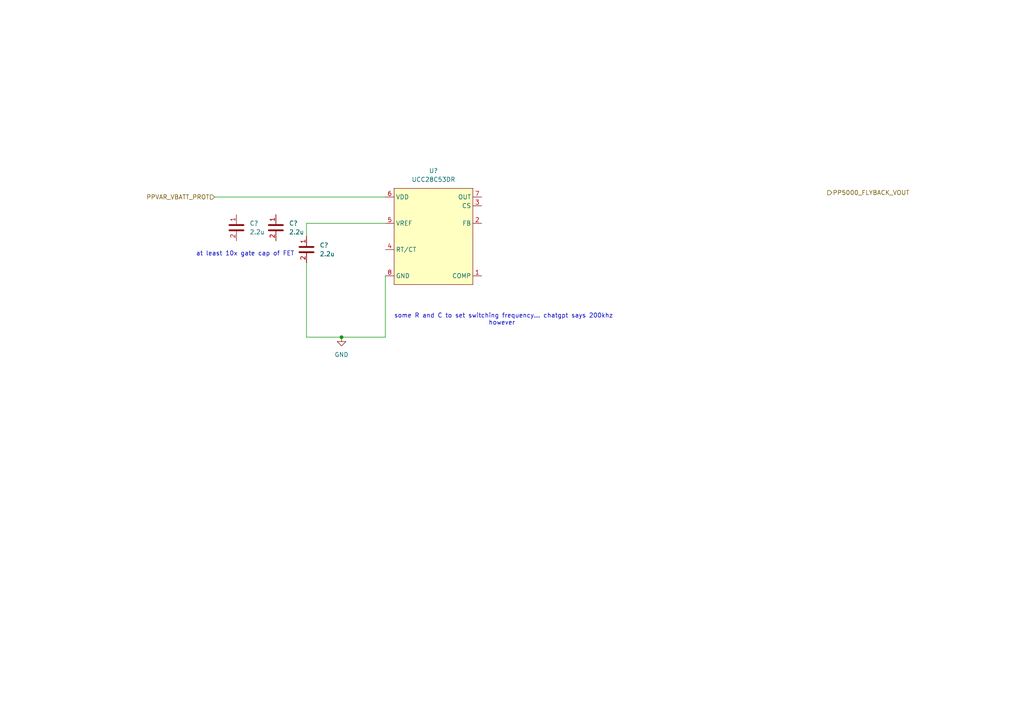
<source format=kicad_sch>
(kicad_sch (version 20250114) (generator "eeschema") (generator_version "9.0")
  (paper "A4")
  (lib_symbols
    (symbol "bfr_capacitors:CL05A225MQ5NSNC"
      (property "Reference" "C" (at 0 2.54 0))
      (property "Value" "2.2u" (at 1.27 2.54 0))
      (symbol "CL05A225MQ5NSNC_0_1"
        (polyline (pts (xy -2.032 0.762) (xy 2.032 0.762)) (stroke (width 0.508)))
        (polyline (pts (xy -2.032 -0.762) (xy 2.032 -0.762)) (stroke (width 0.508)))
      )
      (symbol "CL05A225MQ5NSNC_1_1"
        (pin passive line (at 0 3.81 270) (length 2.794) (name "~") (number "1"))
        (pin passive line (at 0 -3.81 90) (length 2.794) (name "~") (number "2"))
      )
    )
    (symbol "bfr_power_ics:UCC28C53DR"
      (property "Reference" "U" (at 0 17.78 0))
      (property "Value" "UCC28C53DR" (at 0 15.24 0))
      (symbol "UCC28C53DR_0_0"
        (pin power_in line (at -13.97 11.43 0) (length 2.54) (name "VDD") (number "6"))
        (pin passive line (at -13.97 3.81 0) (length 2.54) (name "VREF") (number "5"))
        (pin passive line (at -13.97 -3.81 0) (length 2.54) (name "RT/CT") (number "4"))
        (pin power_in line (at -13.97 -11.43 0) (length 2.54) (name "GND") (number "8"))
        (pin output line (at 13.97 11.43 180) (length 2.54) (name "OUT") (number "7"))
        (pin input line (at 13.97 8.89 180) (length 2.54) (name "CS") (number "3"))
        (pin input line (at 13.97 3.81 180) (length 2.54) (name "FB") (number "2"))
        (pin input line (at 13.97 -11.43 180) (length 2.54) (name "COMP") (number "1"))
      )
      (symbol "UCC28C53DR_1_1"
        (rectangle (start -11.43 13.97) (end 11.43 -13.97) (fill (type background)))
      )
    )
    (symbol "power:GND" (power) (pin_numbers (hide yes)) (pin_names (offset 0) (hide yes))
      (property "Value" "GND" (at 0 -3.81 0))
      (symbol "GND_0_1"
        (polyline (pts (xy 0 0) (xy 0 -1.27) (xy 1.27 -1.27) (xy 0 -2.54) (xy -1.27 -1.27) (xy 0 -1.27)))
      )
      (symbol "GND_1_1"
        (pin power_in line (at 0 0 270) (length 0) (name "~") (number "1"))
      )
    )
  )
  (text "at least 10x gate cap of FET\n" (at 71.12 73.66 0) (effects (font (size 1.27 1.27))))
  (text "some R and C to set switching frequency... chatgpt says 200khz\nhowever " (at 146.05 92.71 0) (effects (font (size 1.27 1.27))))
  (junction (at 99.06 97.79))
  (wire (pts (xy 88.9 97.79) (xy 99.06 97.79)))
  (wire (pts (xy 99.06 97.79) (xy 111.76 97.79)))
  (wire (pts (xy 111.76 97.79) (xy 111.76 80.01)))
  (wire (pts (xy 88.9 68.58) (xy 88.9 64.77)))
  (wire (pts (xy 88.9 76.2) (xy 88.9 97.79)))
  (wire (pts (xy 88.9 64.77) (xy 111.76 64.77)))
  (wire (pts (xy 62.23 57.15) (xy 111.76 57.15)))
  (hierarchical_label "PP5000_FLYBACK_VOUT" (shape output) (at 240.03 55.88 0))
  (hierarchical_label "PPVAR_VBATT_PROT" (shape input) (at 62.23 57.15 180))
  (symbol (lib_id "power:GND") (at 99.06 97.79 0) (unit 1)
    (property "Reference" "#PWR01301" (effects (hide yes)))
    (property "Value" "GND" (at 99.06 102.87 0))
    (property "Description" "Power symbol creates a global label with name \"GND\" , ground" (effects (hide yes)))
  )
  (symbol (lib_id "bfr_power_ics:UCC28C53DR") (at 125.73 68.58 0) (unit 1)
    (property "Reference" "U?" (at 125.73 49.53 0))
    (property "Value" "UCC28C53DR" (at 125.73 52.07 0))
    (property "Footprint" "Package_SO:SOIC-8_3.9x4.9mm_P1.27mm" (effects (hide yes)))
    (property "Datasheet" "https://www.ti.com/lit/ds/symlink/ucc28c50.pdf?ts=1694648577983&ref_url=https%253A%252F%252Fwww.ti.com%252Fproduct%252FUCC28C50" (effects (hide yes)))
    (property "Description" "Industrial, 30-V, low-power current-mode flyback PWM controller, 8.4-V/7.6-V UVLO, 100% duty cycle, SOIC-8" (effects (hide yes)))
    (property "Manufacturer P/N" "UCC28C53DR" (effects (hide yes)))
    (property "Manufacturer" "Texas Instruments" (effects (hide yes)))
    (property "Digikey P/N" "296-UCC28C53DRCT-ND" (effects (hide yes)))
    (property "Mouser P/N" "595-UCC28C53DR " (effects (hide yes)))
    (property "LCSC P/N" "C20346032" (effects (hide yes)))
    (property "JLC Basic Part" "No" (effects (hide yes)))
    (property "Order From" "Digikey" (effects (hide yes)))
    (property "Created By" "Tony" (effects (hide yes)))
    (property "Pretty Name" "Flyback Controller" (effects (hide yes)))
  )
  (symbol (lib_id "bfr_capacitors:CL05A225MQ5NSNC") (at 68.58 66.04 0) (unit 1)
    (property "Reference" "C?" (at 72.39 64.7699 0) (effects (justify left)))
    (property "Value" "2.2u" (at 72.39 67.3099 0) (effects (justify left)))
    (property "Footprint" "Capacitor_SMD:C_0402_1005Metric_Pad0.74x0.62mm_HandSolder" (effects (hide yes)))
    (property "Description" "2.2uF±20% X5R 6.3V JLCPCB Basic 0402 Capacitor" (effects (hide yes)))
    (property "Sim.Device" "SUBCKT" (effects (hide yes)))
    (property "Sim.Pins" "1=P1 2=P2" (effects (hide yes)))
    (property "Sim.Library" "${BFRUH_DIR}/Electronics/spice_models/bfr_capacitors/CL05A225MQ5NSNC.lib" (effects (hide yes)))
    (property "Sim.Name" "CL05A225MQ5NSNC" (effects (hide yes)))
    (property "Pretty Name" "2.2uF X5R 6.3V 0402 Capacitor" (effects (hide yes)))
    (property "Order From" "LCSC" (effects (hide yes)))
    (property "LCSC P/N" "C12530" (effects (hide yes)))
    (property "JLCPCB Basic Part" "Yes" (effects (hide yes)))
    (property "Created by" "capacitor_generator.py script using jlcbasic_additional_capacitor_spec.txt" (effects (hide yes)))
  )
  (symbol (lib_id "bfr_capacitors:CL05A225MQ5NSNC") (at 80.01 66.04 0) (unit 1)
    (property "Reference" "C?" (at 83.82 64.7699 0) (effects (justify left)))
    (property "Value" "2.2u" (at 83.82 67.3099 0) (effects (justify left)))
    (property "Footprint" "Capacitor_SMD:C_0402_1005Metric_Pad0.74x0.62mm_HandSolder" (effects (hide yes)))
    (property "Description" "2.2uF±20% X5R 6.3V JLCPCB Basic 0402 Capacitor" (effects (hide yes)))
    (property "Sim.Device" "SUBCKT" (effects (hide yes)))
    (property "Sim.Pins" "1=P1 2=P2" (effects (hide yes)))
    (property "Sim.Library" "${BFRUH_DIR}/Electronics/spice_models/bfr_capacitors/CL05A225MQ5NSNC.lib" (effects (hide yes)))
    (property "Sim.Name" "CL05A225MQ5NSNC" (effects (hide yes)))
    (property "Pretty Name" "2.2uF X5R 6.3V 0402 Capacitor" (effects (hide yes)))
    (property "Order From" "LCSC" (effects (hide yes)))
    (property "LCSC P/N" "C12530" (effects (hide yes)))
    (property "JLCPCB Basic Part" "Yes" (effects (hide yes)))
    (property "Created by" "capacitor_generator.py script using jlcbasic_additional_capacitor_spec.txt" (effects (hide yes)))
  )
  (symbol (lib_id "bfr_capacitors:CL05A225MQ5NSNC") (at 88.9 72.39 0) (unit 1)
    (property "Reference" "C?" (at 92.71 71.1199 0) (effects (justify left)))
    (property "Value" "2.2u" (at 92.71 73.6599 0) (effects (justify left)))
    (property "Footprint" "Capacitor_SMD:C_0402_1005Metric_Pad0.74x0.62mm_HandSolder" (effects (hide yes)))
    (property "Description" "2.2uF±20% X5R 6.3V JLCPCB Basic 0402 Capacitor" (effects (hide yes)))
    (property "Sim.Device" "SUBCKT" (effects (hide yes)))
    (property "Sim.Pins" "1=P1 2=P2" (effects (hide yes)))
    (property "Sim.Library" "${BFRUH_DIR}/Electronics/spice_models/bfr_capacitors/CL05A225MQ5NSNC.lib" (effects (hide yes)))
    (property "Sim.Name" "CL05A225MQ5NSNC" (effects (hide yes)))
    (property "Pretty Name" "2.2uF X5R 6.3V 0402 Capacitor" (effects (hide yes)))
    (property "Order From" "LCSC" (effects (hide yes)))
    (property "LCSC P/N" "C12530" (effects (hide yes)))
    (property "JLCPCB Basic Part" "Yes" (effects (hide yes)))
    (property "Created by" "capacitor_generator.py script using jlcbasic_additional_capacitor_spec.txt" (effects (hide yes)))
  )
)
</source>
